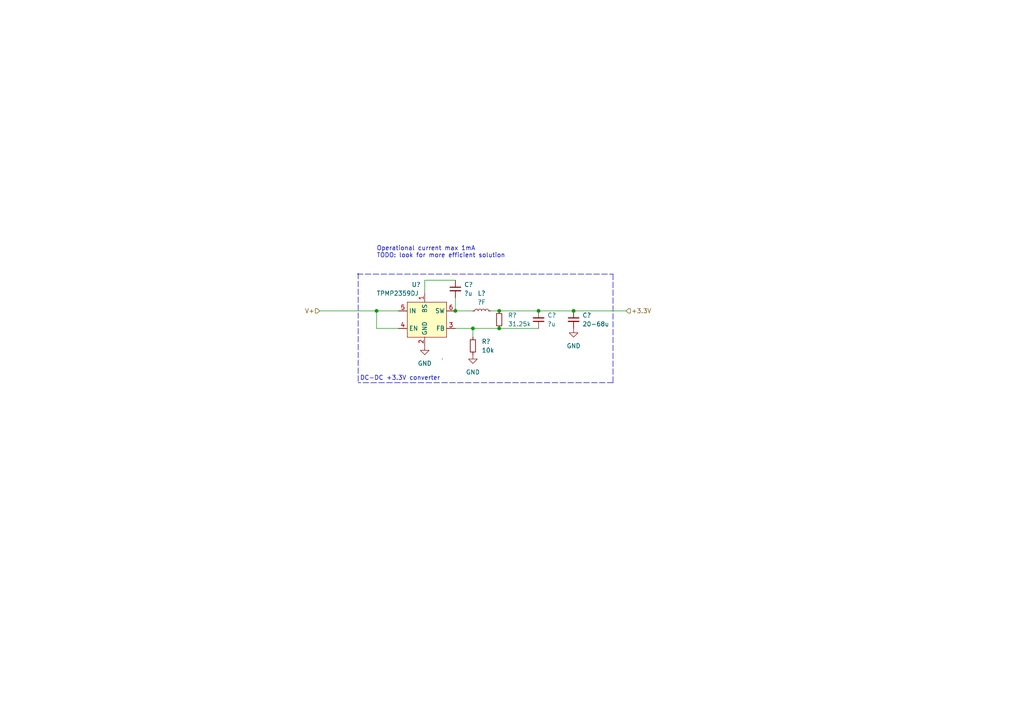
<source format=kicad_sch>
(kicad_sch (version 20211123) (generator eeschema)
  (paper "A4")
  (lib_symbols
    (symbol "Device:C_Small" (pin_numbers hide) (pin_names (offset 0.254) hide)
      (property "Reference" "C" (at 0.254 1.778 0))
      (property "Value" "C_Small" (at 0.254 -2.032 0))
      (symbol "C_Small_0_1"
        (polyline (pts (xy -1.524 -0.508) (xy 1.524 -0.508)) (stroke (width 0.3302)))
        (polyline (pts (xy -1.524 0.508) (xy 1.524 0.508)) (stroke (width 0.3048)))
      )
      (symbol "C_Small_1_1"
        (pin passive line (at 0 2.54 270) (length 2.032) (name "~") (number "1"))
        (pin passive line (at 0 -2.54 90) (length 2.032) (name "~") (number "2"))
      )
    )
    (symbol "Device:L_Small" (pin_numbers hide) (pin_names (offset 0.254) hide)
      (property "Reference" "L" (at 0.762 1.016 0))
      (property "Value" "L_Small" (at 0.762 -1.016 0))
      (symbol "L_Small_0_1"
        (arc (start 0 -2.032) (mid 0.508 -1.524) (end 0 -1.016))
        (arc (start 0 -1.016) (mid 0.508 -0.508) (end 0 0))
        (arc (start 0 0) (mid 0.508 0.508) (end 0 1.016))
        (arc (start 0 1.016) (mid 0.508 1.524) (end 0 2.032))
      )
      (symbol "L_Small_1_1"
        (pin passive line (at 0 2.54 270) (length 0.508) (name "~") (number "1"))
        (pin passive line (at 0 -2.54 90) (length 0.508) (name "~") (number "2"))
      )
    )
    (symbol "Device:R_Small" (pin_numbers hide) (pin_names (offset 0.254) hide)
      (property "Reference" "R" (at 0.762 0.508 0))
      (property "Value" "R_Small" (at 0.762 -1.016 0))
      (symbol "R_Small_0_1"
        (rectangle (start -0.762 1.778) (end 0.762 -1.778) (stroke (width 0.2032)))
      )
      (symbol "R_Small_1_1"
        (pin passive line (at 0 2.54 270) (length 0.762) (name "~") (number "1"))
        (pin passive line (at 0 -2.54 90) (length 0.762) (name "~") (number "2"))
      )
    )
    (symbol "New_Library:TPMP2359DJ"
      (property "Reference" "U" (at -2.54 8.89 0))
      (property "Value" "TPMP2359DJ" (at 8.89 8.89 0))
      (symbol "TPMP2359DJ_0_1"
        (rectangle (start -3.81 7.62) (end 7.62 -2.54) (fill (type background)))
        (rectangle (start 6.35 -8.89) (end 6.35 -8.89))
        (rectangle (start 6.35 -8.89) (end 6.35 -8.89))
        (rectangle (start 6.35 -8.89) (end 6.35 -8.89))
        (rectangle (start 6.35 -8.89) (end 6.35 -8.89))
        (rectangle (start 6.35 -8.89) (end 6.35 -8.89))
        (rectangle (start 6.35 -8.89) (end 6.35 -8.89))
        (rectangle (start 6.35 -8.89) (end 6.35 -8.89))
        (rectangle (start 6.35 -8.89) (end 6.35 -8.89))
        (rectangle (start 6.35 -8.89) (end 6.35 -8.89))
        (rectangle (start 6.35 -8.89) (end 6.35 -8.89))
        (rectangle (start 6.35 -8.89) (end 6.35 -8.89))
      )
      (symbol "TPMP2359DJ_1_1"
        (pin input line (at 1.27 10.16 270) (length 2.54) (name "BS") (number "1"))
        (pin input line (at 1.27 -5.08 90) (length 2.54) (name "GND") (number "2"))
        (pin input line (at 10.16 0 180) (length 2.54) (name "FB") (number "3"))
        (pin input line (at -6.35 0 0) (length 2.54) (name "EN") (number "4"))
        (pin input line (at -6.35 5.08 0) (length 2.54) (name "IN") (number "5"))
        (pin input line (at 10.16 5.08 180) (length 2.54) (name "SW") (number "6"))
      )
    )
    (symbol "power:GND" (power) (pin_names (offset 0))
      (property "Value" "GND" (at 0 -3.81 0))
      (symbol "GND_0_1"
        (polyline (pts (xy 0 0) (xy 0 -1.27) (xy 1.27 -1.27) (xy 0 -2.54) (xy -1.27 -1.27) (xy 0 -1.27)))
      )
      (symbol "GND_1_1"
        (pin power_in line (at 0 0 270) (length 0) hide (name "GND") (number "1"))
      )
    )
  )
  (junction (at 109.22 90.17))
  (junction (at 137.16 95.25))
  (junction (at 144.78 90.17))
  (junction (at 144.78 95.25))
  (junction (at 132.08 90.17))
  (junction (at 156.21 90.17))
  (junction (at 166.37 90.17))
  (wire (pts (xy 144.78 90.17) (xy 156.21 90.17)))
  (wire (pts (xy 144.78 95.25) (xy 156.21 95.25)))
  (wire (pts (xy 137.16 95.25) (xy 144.78 95.25)))
  (wire (pts (xy 137.16 95.25) (xy 137.16 97.79)))
  (wire (pts (xy 132.08 90.17) (xy 137.16 90.17)))
  (wire (pts (xy 132.08 95.25) (xy 137.16 95.25)))
  (wire (pts (xy 156.21 90.17) (xy 166.37 90.17)))
  (wire (pts (xy 132.08 86.36) (xy 132.08 90.17)))
  (wire (pts (xy 109.22 95.25) (xy 109.22 90.17)))
  (wire (pts (xy 132.08 81.28) (xy 123.19 81.28)))
  (wire (pts (xy 115.57 95.25) (xy 109.22 95.25)))
  (polyline (pts (xy 177.8 79.502) (xy 177.8 110.998)))
  (wire (pts (xy 142.24 90.17) (xy 144.78 90.17)))
  (polyline (pts (xy 103.886 79.248) (xy 103.886 110.998)))
  (wire (pts (xy 166.37 90.17) (xy 181.61 90.17)))
  (polyline (pts (xy 103.632 79.502) (xy 177.8 79.502)))
  (polyline (pts (xy 177.8 110.998) (xy 103.886 110.998)))
  (wire (pts (xy 109.22 90.17) (xy 115.57 90.17)))
  (wire (pts (xy 92.71 90.17) (xy 109.22 90.17)))
  (wire (pts (xy 123.19 81.28) (xy 123.19 85.09)))
  (text "Operational current max 1mA\nTODO: look for more efficient solution" (at 109.22 74.93 0) (effects (font (size 1.27 1.27)) (justify left bottom)))
  (text "DC-DC +3.3V converter" (at 104.394 110.49 0) (effects (font (size 1.27 1.27)) (justify left bottom)))
  (hierarchical_label "+3.3V" (shape input) (at 181.61 90.17 0))
  (hierarchical_label "V+" (shape input) (at 92.71 90.17 180))
  (symbol (lib_id "Device:R_Small") (at 137.16 100.33 0) (unit 1)
    (property "Reference" "R?" (at 139.7 99.0599 0) (effects (justify left)))
    (property "Value" "10k" (at 139.7 101.5999 0) (effects (justify left)))
  )
  (symbol (lib_id "power:GND") (at 123.19 100.33 0) (unit 1)
    (property "Reference" "#PWR?" (effects hide))
    (property "Value" "GND" (at 123.19 105.41 0))
  )
  (symbol (lib_id "Device:C_Small") (at 132.08 83.82 0) (unit 1)
    (property "Reference" "C?" (at 134.62 82.5562 0) (effects (justify left)))
    (property "Value" "?u" (at 134.62 85.0962 0) (effects (justify left)))
  )
  (symbol (lib_id "power:GND") (at 166.37 95.25 0) (unit 1)
    (property "Reference" "#PWR?" (effects hide))
    (property "Value" "GND" (at 166.37 100.33 0))
  )
  (symbol (lib_id "Device:C_Small") (at 166.37 92.71 0) (unit 1)
    (property "Reference" "C?" (at 168.91 91.4462 0) (effects (justify left)))
    (property "Value" "20-68u" (at 168.91 93.9862 0) (effects (justify left)))
  )
  (symbol (lib_id "Device:L_Small") (at 139.7 90.17 90) (unit 1)
    (property "Reference" "L?" (at 139.7 85.09 90))
    (property "Value" "?F" (at 139.7 87.63 90))
  )
  (symbol (lib_id "Device:R_Small") (at 144.78 92.71 0) (unit 1)
    (property "Reference" "R?" (at 147.32 91.4399 0) (effects (justify left)))
    (property "Value" "31.25k" (at 147.32 93.98 0) (effects (justify left)))
  )
  (symbol (lib_id "power:GND") (at 137.16 102.87 0) (unit 1)
    (property "Reference" "#PWR?" (effects hide))
    (property "Value" "GND" (at 137.16 107.95 0))
  )
  (symbol (lib_id "New_Library:TPMP2359DJ") (at 121.92 95.25 0) (unit 1)
    (property "Reference" "U?" (at 119.38 82.55 0) (effects (justify left)))
    (property "Value" "TPMP2359DJ" (at 109.22 85.09 0) (effects (justify left)))
  )
  (symbol (lib_id "Device:C_Small") (at 156.21 92.71 180) (unit 1)
    (property "Reference" "C?" (at 158.75 91.4335 0) (effects (justify right)))
    (property "Value" "?u" (at 158.75 93.9735 0) (effects (justify right)))
  )
)
</source>
